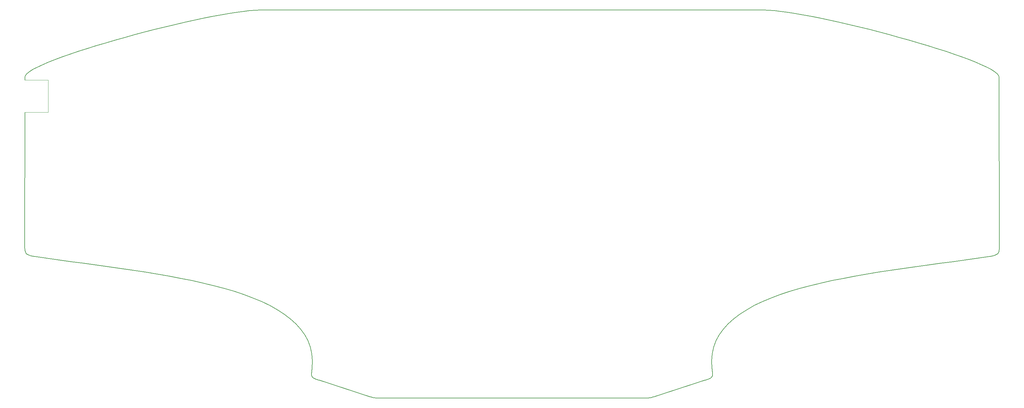
<source format=gbr>
%TF.GenerationSoftware,KiCad,Pcbnew,(5.1.6)-1*%
%TF.CreationDate,2020-09-17T21:57:32+09:00*%
%TF.ProjectId,yacc46,79616363-3436-42e6-9b69-6361645f7063,rev?*%
%TF.SameCoordinates,Original*%
%TF.FileFunction,Profile,NP*%
%FSLAX46Y46*%
G04 Gerber Fmt 4.6, Leading zero omitted, Abs format (unit mm)*
G04 Created by KiCad (PCBNEW (5.1.6)-1) date 2020-09-17 21:57:32*
%MOMM*%
%LPD*%
G01*
G04 APERTURE LIST*
%TA.AperFunction,Profile*%
%ADD10C,0.200000*%
%TD*%
%TA.AperFunction,Profile*%
%ADD11C,0.050000*%
%TD*%
G04 APERTURE END LIST*
D10*
X24319604Y-46100000D02*
X24319604Y-45211564D01*
D11*
X30980000Y-55440000D02*
X24319604Y-55440000D01*
X30980000Y-46100000D02*
X30980000Y-55440000D01*
X24319604Y-46100000D02*
X30980000Y-46100000D01*
D10*
X237363680Y-25902586D02*
X237363680Y-25902586D01*
X92199828Y-25902484D02*
X96736198Y-25902486D01*
X96736198Y-25902486D02*
X101272568Y-25902489D01*
X101272568Y-25902489D02*
X105808938Y-25902491D01*
X105808938Y-25902491D02*
X110345309Y-25902494D01*
X110345309Y-25902494D02*
X114881679Y-25902497D01*
X114881679Y-25902497D02*
X119418050Y-25902500D01*
X119418050Y-25902500D02*
X123954420Y-25902504D01*
X123954420Y-25902504D02*
X128490790Y-25902507D01*
X128490790Y-25902507D02*
X133027161Y-25902510D01*
X133027161Y-25902510D02*
X137563531Y-25902514D01*
X137563531Y-25902514D02*
X142099901Y-25902517D01*
X142099901Y-25902517D02*
X146636272Y-25902521D01*
X146636272Y-25902521D02*
X151172642Y-25902524D01*
X151172642Y-25902524D02*
X155709013Y-25902528D01*
X155709013Y-25902528D02*
X160245383Y-25902531D01*
X160245383Y-25902531D02*
X164781754Y-25902535D01*
X164781754Y-25902535D02*
X169318124Y-25902538D01*
X169318124Y-25902538D02*
X173854494Y-25902542D01*
X173854494Y-25902542D02*
X178390865Y-25902546D01*
X178390865Y-25902546D02*
X182927235Y-25902549D01*
X182927235Y-25902549D02*
X187463606Y-25902553D01*
X187463606Y-25902553D02*
X191999976Y-25902556D01*
X191999976Y-25902556D02*
X196536346Y-25902559D01*
X196536346Y-25902559D02*
X201072717Y-25902563D01*
X201072717Y-25902563D02*
X205609087Y-25902566D01*
X205609087Y-25902566D02*
X210145457Y-25902569D01*
X210145457Y-25902569D02*
X214681828Y-25902572D01*
X214681828Y-25902572D02*
X219218198Y-25902575D01*
X219218198Y-25902575D02*
X223754569Y-25902578D01*
X223754569Y-25902578D02*
X228290939Y-25902581D01*
X228290939Y-25902581D02*
X232827309Y-25902583D01*
X232827309Y-25902583D02*
X237363680Y-25902586D01*
X24319604Y-45211564D02*
X24477127Y-44740903D01*
X24477127Y-44740903D02*
X24934085Y-44217302D01*
X24934085Y-44217302D02*
X25673203Y-43645197D01*
X25673203Y-43645197D02*
X26677208Y-43029027D01*
X26677208Y-43029027D02*
X27928825Y-42373230D01*
X27928825Y-42373230D02*
X29410780Y-41682241D01*
X29410780Y-41682241D02*
X31105799Y-40960501D01*
X31105799Y-40960501D02*
X32996607Y-40212445D01*
X32996607Y-40212445D02*
X35065930Y-39442512D01*
X35065930Y-39442512D02*
X37296494Y-38655139D01*
X37296494Y-38655139D02*
X39671025Y-37854764D01*
X39671025Y-37854764D02*
X42172249Y-37045825D01*
X42172249Y-37045825D02*
X44782890Y-36232759D01*
X44782890Y-36232759D02*
X47485676Y-35420004D01*
X47485676Y-35420004D02*
X50263332Y-34611997D01*
X50263332Y-34611997D02*
X53098583Y-33813176D01*
X53098583Y-33813176D02*
X55974156Y-33027980D01*
X55974156Y-33027980D02*
X58872775Y-32260844D01*
X58872775Y-32260844D02*
X61777168Y-31516208D01*
X61777168Y-31516208D02*
X64670059Y-30798509D01*
X64670059Y-30798509D02*
X67534174Y-30112184D01*
X67534174Y-30112184D02*
X70352240Y-29461671D01*
X70352240Y-29461671D02*
X73106982Y-28851408D01*
X73106982Y-28851408D02*
X75781125Y-28285831D01*
X75781125Y-28285831D02*
X78357396Y-27769380D01*
X78357396Y-27769380D02*
X80818521Y-27306492D01*
X80818521Y-27306492D02*
X83147224Y-26901604D01*
X83147224Y-26901604D02*
X85326232Y-26559153D01*
X85326232Y-26559153D02*
X87338271Y-26283578D01*
X87338271Y-26283578D02*
X89166065Y-26079317D01*
X89166065Y-26079317D02*
X90792343Y-25950806D01*
X90792343Y-25950806D02*
X92199828Y-25902484D01*
X220368584Y-132853226D02*
X205924947Y-137546950D01*
X123638561Y-137546848D02*
X109194927Y-132853124D01*
X107098429Y-129447086D02*
X107202979Y-127271980D01*
X107202979Y-127271980D02*
X107033451Y-125213877D01*
X107033451Y-125213877D02*
X106600464Y-123268595D01*
X106600464Y-123268595D02*
X105914637Y-121431948D01*
X105914637Y-121431948D02*
X104986588Y-119699753D01*
X104986588Y-119699753D02*
X103826936Y-118067826D01*
X103826936Y-118067826D02*
X102446299Y-116531984D01*
X102446299Y-116531984D02*
X100855298Y-115088042D01*
X100855298Y-115088042D02*
X99064550Y-113731817D01*
X99064550Y-113731817D02*
X97084674Y-112459126D01*
X97084674Y-112459126D02*
X94926289Y-111265784D01*
X94926289Y-111265784D02*
X92600015Y-110147607D01*
X92600015Y-110147607D02*
X90116469Y-109100412D01*
X90116469Y-109100412D02*
X87486271Y-108120015D01*
X87486271Y-108120015D02*
X84720039Y-107202232D01*
X84720039Y-107202232D02*
X81828393Y-106342880D01*
X81828393Y-106342880D02*
X78821950Y-105537774D01*
X78821950Y-105537774D02*
X75711331Y-104782731D01*
X75711331Y-104782731D02*
X72507153Y-104073567D01*
X72507153Y-104073567D02*
X69220035Y-103406099D01*
X69220035Y-103406099D02*
X65860597Y-102776142D01*
X65860597Y-102776142D02*
X62439457Y-102179513D01*
X62439457Y-102179513D02*
X58967234Y-101612027D01*
X58967234Y-101612027D02*
X55454547Y-101069502D01*
X55454547Y-101069502D02*
X51912014Y-100547753D01*
X51912014Y-100547753D02*
X48350254Y-100042597D01*
X48350254Y-100042597D02*
X44779887Y-99549850D01*
X44779887Y-99549850D02*
X41211531Y-99065328D01*
X41211531Y-99065328D02*
X37655805Y-98584847D01*
X37655805Y-98584847D02*
X34123327Y-98104223D01*
X34123327Y-98104223D02*
X30624717Y-97619273D01*
X30624717Y-97619273D02*
X27170593Y-97125814D01*
X302392910Y-97125916D02*
X298938784Y-97619375D01*
X298938784Y-97619375D02*
X295440173Y-98104325D01*
X295440173Y-98104325D02*
X291907694Y-98584949D01*
X291907694Y-98584949D02*
X288351967Y-99065430D01*
X288351967Y-99065430D02*
X284783610Y-99549952D01*
X284783610Y-99549952D02*
X281213243Y-100042699D01*
X281213243Y-100042699D02*
X277651483Y-100547855D01*
X277651483Y-100547855D02*
X274108950Y-101069604D01*
X274108950Y-101069604D02*
X270596263Y-101612129D01*
X270596263Y-101612129D02*
X267124040Y-102179614D01*
X267124040Y-102179614D02*
X263702900Y-102776244D01*
X263702900Y-102776244D02*
X260343462Y-103406201D01*
X260343462Y-103406201D02*
X257056345Y-104073669D01*
X257056345Y-104073669D02*
X253852168Y-104782833D01*
X253852168Y-104782833D02*
X250741549Y-105537876D01*
X250741549Y-105537876D02*
X247735107Y-106342981D01*
X247735107Y-106342981D02*
X244843461Y-107202334D01*
X244843461Y-107202334D02*
X242077230Y-108120116D01*
X242077230Y-108120116D02*
X239447033Y-109100513D01*
X239447033Y-109100513D02*
X236963488Y-110147708D01*
X236963488Y-110147708D02*
X234637214Y-111265885D01*
X234637214Y-111265885D02*
X232478830Y-112459227D01*
X232478830Y-112459227D02*
X230498955Y-113731919D01*
X230498955Y-113731919D02*
X228708208Y-115088143D01*
X228708208Y-115088143D02*
X227117207Y-116532085D01*
X227117207Y-116532085D02*
X225736572Y-118067927D01*
X225736572Y-118067927D02*
X224576920Y-119699854D01*
X224576920Y-119699854D02*
X223648872Y-121432049D01*
X223648872Y-121432049D02*
X222963045Y-123268696D01*
X222963045Y-123268696D02*
X222530058Y-125213978D01*
X222530058Y-125213978D02*
X222360531Y-127272081D01*
X222360531Y-127272081D02*
X222465082Y-129447187D01*
X305323486Y-93600104D02*
X305323779Y-93826757D01*
X305323779Y-93826757D02*
X305323511Y-94042757D01*
X305323511Y-94042757D02*
X305322145Y-94248416D01*
X305322145Y-94248416D02*
X305313974Y-94629969D01*
X305313974Y-94629969D02*
X305294971Y-94973929D01*
X305294971Y-94973929D02*
X305260845Y-95282809D01*
X305260845Y-95282809D02*
X305207302Y-95559119D01*
X305207302Y-95559119D02*
X305130050Y-95805371D01*
X305130050Y-95805371D02*
X305024795Y-96024078D01*
X305024795Y-96024078D02*
X304887246Y-96217752D01*
X304887246Y-96217752D02*
X304713108Y-96388905D01*
X304713108Y-96388905D02*
X304498090Y-96540047D01*
X304498090Y-96540047D02*
X304237898Y-96673693D01*
X304237898Y-96673693D02*
X303928239Y-96792352D01*
X303928239Y-96792352D02*
X303564822Y-96898538D01*
X303564822Y-96898538D02*
X303361612Y-96947739D01*
X303361612Y-96947739D02*
X303143352Y-96994763D01*
X303143352Y-96994763D02*
X302909506Y-97039924D01*
X302909506Y-97039924D02*
X302659538Y-97083537D01*
X302659538Y-97083537D02*
X302392910Y-97125916D01*
X237363680Y-25902589D02*
X238771164Y-25950911D01*
X238771164Y-25950911D02*
X240397441Y-26079422D01*
X240397441Y-26079422D02*
X242225235Y-26283683D01*
X242225235Y-26283683D02*
X244237274Y-26559258D01*
X244237274Y-26559258D02*
X246416281Y-26901708D01*
X246416281Y-26901708D02*
X248744983Y-27306596D01*
X248744983Y-27306596D02*
X251206107Y-27769485D01*
X251206107Y-27769485D02*
X253782377Y-28285936D01*
X253782377Y-28285936D02*
X256456520Y-28851512D01*
X256456520Y-28851512D02*
X259211260Y-29461775D01*
X259211260Y-29461775D02*
X262029325Y-30112288D01*
X262029325Y-30112288D02*
X264893440Y-30798613D01*
X264893440Y-30798613D02*
X267786330Y-31516313D01*
X267786330Y-31516313D02*
X270690721Y-32260949D01*
X270690721Y-32260949D02*
X273589340Y-33028084D01*
X273589340Y-33028084D02*
X276464912Y-33813281D01*
X276464912Y-33813281D02*
X279300162Y-34612101D01*
X279300162Y-34612101D02*
X282077816Y-35420108D01*
X282077816Y-35420108D02*
X284780601Y-36232863D01*
X284780601Y-36232863D02*
X287391242Y-37045929D01*
X287391242Y-37045929D02*
X289892464Y-37854868D01*
X289892464Y-37854868D02*
X292266994Y-38655243D01*
X292266994Y-38655243D02*
X294497558Y-39442616D01*
X294497558Y-39442616D02*
X296566880Y-40212549D01*
X296566880Y-40212549D02*
X298457688Y-40960605D01*
X298457688Y-40960605D02*
X300152706Y-41682346D01*
X300152706Y-41682346D02*
X301634660Y-42373334D01*
X301634660Y-42373334D02*
X302886277Y-43029132D01*
X302886277Y-43029132D02*
X303890282Y-43645302D01*
X303890282Y-43645302D02*
X304629400Y-44217407D01*
X304629400Y-44217407D02*
X305086358Y-44741008D01*
X305086358Y-44741008D02*
X305243882Y-45211669D01*
X109194927Y-132853124D02*
X108975833Y-132781842D01*
X108975833Y-132781842D02*
X108770486Y-132714528D01*
X108770486Y-132714528D02*
X108578502Y-132650559D01*
X108578502Y-132650559D02*
X108233089Y-132530162D01*
X108233089Y-132530162D02*
X107936522Y-132415660D01*
X107936522Y-132415660D02*
X107685731Y-132302063D01*
X107685731Y-132302063D02*
X107477643Y-132184383D01*
X107477643Y-132184383D02*
X107309189Y-132057631D01*
X107309189Y-132057631D02*
X107124101Y-131839577D01*
X107124101Y-131839577D02*
X107010914Y-131573044D01*
X107010914Y-131573044D02*
X106970281Y-131360107D01*
X106970281Y-131360107D02*
X106953927Y-131113151D01*
X106953927Y-131113151D02*
X106958779Y-130827187D01*
X106958779Y-130827187D02*
X106981767Y-130497225D01*
X106981767Y-130497225D02*
X107019820Y-130118275D01*
X107019820Y-130118275D02*
X107043537Y-129908871D01*
X107043537Y-129908871D02*
X107069867Y-129685349D01*
X107069867Y-129685349D02*
X107098429Y-129447086D01*
X205924947Y-137546950D02*
X205702353Y-137619168D01*
X205702353Y-137619168D02*
X205505335Y-137682372D01*
X205505335Y-137682372D02*
X205248977Y-137761589D01*
X205248977Y-137761589D02*
X205027578Y-137823904D01*
X205027578Y-137823904D02*
X204827587Y-137871344D01*
X204827587Y-137871344D02*
X204570814Y-137914966D01*
X204570814Y-137914966D02*
X204368078Y-137935587D01*
X204368078Y-137935587D02*
X204141582Y-137948095D01*
X204141582Y-137948095D02*
X203877774Y-137954518D01*
X203877774Y-137954518D02*
X203674481Y-137956421D01*
X203674481Y-137956421D02*
X203444568Y-137957122D01*
X203444568Y-137957122D02*
X203184020Y-137957223D01*
X222465082Y-129447187D02*
X222493643Y-129685450D01*
X222493643Y-129685450D02*
X222519973Y-129908972D01*
X222519973Y-129908972D02*
X222543689Y-130118376D01*
X222543689Y-130118376D02*
X222581741Y-130497326D01*
X222581741Y-130497326D02*
X222604729Y-130827288D01*
X222604729Y-130827288D02*
X222609581Y-131113253D01*
X222609581Y-131113253D02*
X222593227Y-131360209D01*
X222593227Y-131360209D02*
X222552594Y-131573146D01*
X222552594Y-131573146D02*
X222439407Y-131839678D01*
X222439407Y-131839678D02*
X222254319Y-132057733D01*
X222254319Y-132057733D02*
X222085865Y-132184485D01*
X222085865Y-132184485D02*
X221877778Y-132302165D01*
X221877778Y-132302165D02*
X221626986Y-132415762D01*
X221626986Y-132415762D02*
X221330420Y-132530264D01*
X221330420Y-132530264D02*
X220985007Y-132650661D01*
X220985007Y-132650661D02*
X220793024Y-132714630D01*
X220793024Y-132714630D02*
X220587677Y-132781944D01*
X220587677Y-132781944D02*
X220368584Y-132853226D01*
X27170593Y-97125814D02*
X26903963Y-97083435D01*
X26903963Y-97083435D02*
X26653992Y-97039822D01*
X26653992Y-97039822D02*
X26420145Y-96994660D01*
X26420145Y-96994660D02*
X26201884Y-96947636D01*
X26201884Y-96947636D02*
X25998673Y-96898436D01*
X25998673Y-96898436D02*
X25635253Y-96792250D01*
X25635253Y-96792250D02*
X25325593Y-96673590D01*
X25325593Y-96673590D02*
X25065399Y-96539945D01*
X25065399Y-96539945D02*
X24850380Y-96388802D01*
X24850380Y-96388802D02*
X24676241Y-96217649D01*
X24676241Y-96217649D02*
X24538691Y-96023975D01*
X24538691Y-96023975D02*
X24433436Y-95805268D01*
X24433436Y-95805268D02*
X24356183Y-95559015D01*
X24356183Y-95559015D02*
X24302640Y-95282706D01*
X24302640Y-95282706D02*
X24268514Y-94973826D01*
X24268514Y-94973826D02*
X24249511Y-94629866D01*
X24249511Y-94629866D02*
X24241339Y-94248312D01*
X24241339Y-94248312D02*
X24239974Y-94042653D01*
X24239974Y-94042653D02*
X24239706Y-93826653D01*
X24239706Y-93826653D02*
X24240000Y-93600000D01*
X126379490Y-137957122D02*
X126118941Y-137957021D01*
X126118941Y-137957021D02*
X125889027Y-137956320D01*
X125889027Y-137956320D02*
X125685735Y-137954417D01*
X125685735Y-137954417D02*
X125421926Y-137947994D01*
X125421926Y-137947994D02*
X125195429Y-137935486D01*
X125195429Y-137935486D02*
X124992694Y-137914865D01*
X124992694Y-137914865D02*
X124735920Y-137871243D01*
X124735920Y-137871243D02*
X124535929Y-137823802D01*
X124535929Y-137823802D02*
X124314530Y-137761488D01*
X124314530Y-137761488D02*
X124058172Y-137682270D01*
X124058172Y-137682270D02*
X123861154Y-137619066D01*
X123861154Y-137619066D02*
X123638561Y-137546848D01*
X203184020Y-137957223D02*
X200794736Y-137957225D01*
X200794736Y-137957225D02*
X198389577Y-137957226D01*
X198389577Y-137957226D02*
X195970060Y-137957227D01*
X195970060Y-137957227D02*
X193537703Y-137957227D01*
X193537703Y-137957227D02*
X191094024Y-137957226D01*
X191094024Y-137957226D02*
X188640539Y-137957225D01*
X188640539Y-137957225D02*
X186178767Y-137957223D01*
X186178767Y-137957223D02*
X183710224Y-137957221D01*
X183710224Y-137957221D02*
X181236429Y-137957219D01*
X181236429Y-137957219D02*
X178758898Y-137957216D01*
X178758898Y-137957216D02*
X176279149Y-137957212D01*
X176279149Y-137957212D02*
X173798700Y-137957209D01*
X173798700Y-137957209D02*
X171319067Y-137957205D01*
X171319067Y-137957205D02*
X168841769Y-137957200D01*
X168841769Y-137957200D02*
X166368323Y-137957196D01*
X166368323Y-137957196D02*
X163900247Y-137957191D01*
X163900247Y-137957191D02*
X161439057Y-137957186D01*
X161439057Y-137957186D02*
X158986271Y-137957181D01*
X158986271Y-137957181D02*
X156543407Y-137957176D01*
X156543407Y-137957176D02*
X154111982Y-137957171D01*
X154111982Y-137957171D02*
X151693513Y-137957166D01*
X151693513Y-137957166D02*
X149289519Y-137957161D01*
X149289519Y-137957161D02*
X146901516Y-137957156D01*
X146901516Y-137957156D02*
X144531023Y-137957151D01*
X144531023Y-137957151D02*
X142179555Y-137957147D01*
X142179555Y-137957147D02*
X139848632Y-137957142D01*
X139848632Y-137957142D02*
X137539770Y-137957138D01*
X137539770Y-137957138D02*
X135254486Y-137957134D01*
X135254486Y-137957134D02*
X132994299Y-137957130D01*
X132994299Y-137957130D02*
X130760726Y-137957127D01*
X130760726Y-137957127D02*
X128555283Y-137957124D01*
X128555283Y-137957124D02*
X126379490Y-137957122D01*
X305243882Y-45211669D02*
X305323486Y-93600104D01*
X24240000Y-93600000D02*
X24319604Y-55440000D01*
M02*

</source>
